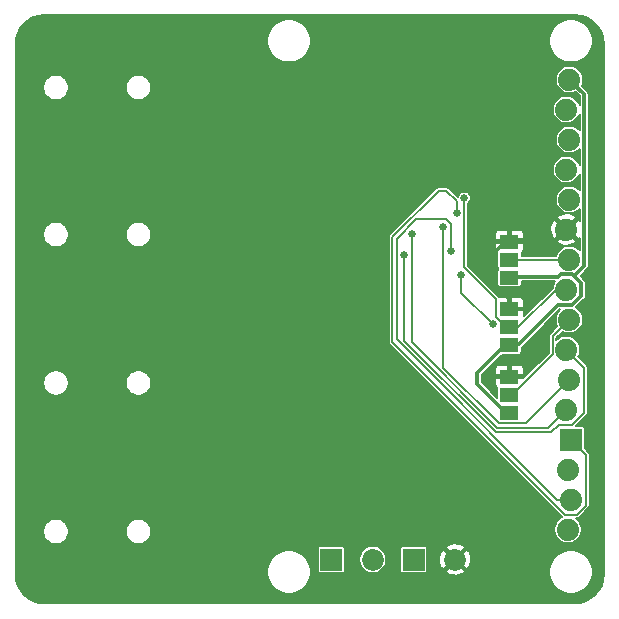
<source format=gbl>
G04 #@! TF.GenerationSoftware,KiCad,Pcbnew,(5.1.5)-3*
G04 #@! TF.CreationDate,2020-01-08T22:52:15+11:00*
G04 #@! TF.ProjectId,ATM90E36_Breakout,41544d39-3045-4333-965f-427265616b6f,rev?*
G04 #@! TF.SameCoordinates,Original*
G04 #@! TF.FileFunction,Copper,L2,Bot*
G04 #@! TF.FilePolarity,Positive*
%FSLAX46Y46*%
G04 Gerber Fmt 4.6, Leading zero omitted, Abs format (unit mm)*
G04 Created by KiCad (PCBNEW (5.1.5)-3) date 2020-01-08 22:52:15*
%MOMM*%
%LPD*%
G04 APERTURE LIST*
%ADD10C,1.850000*%
%ADD11R,1.850000X1.850000*%
%ADD12C,1.879600*%
%ADD13R,1.600200X1.168400*%
%ADD14R,1.879600X1.879600*%
%ADD15C,0.660400*%
%ADD16C,0.635000*%
%ADD17C,0.304800*%
%ADD18C,0.152400*%
G04 APERTURE END LIST*
D10*
X153826100Y-126193600D03*
D11*
X150326100Y-126193600D03*
D10*
X160811100Y-126193600D03*
D11*
X157311100Y-126193600D03*
D12*
X170237100Y-113493600D03*
X170491100Y-110953600D03*
X170237100Y-108413600D03*
X170491100Y-105873600D03*
X170237100Y-103333600D03*
X170491100Y-100793600D03*
X170237100Y-98253600D03*
X170491100Y-95713600D03*
X170237100Y-93173600D03*
X170491100Y-90633600D03*
X170237100Y-88093600D03*
X170491100Y-85553600D03*
D13*
X165411100Y-102317600D03*
X165411100Y-100793600D03*
X165411100Y-99269600D03*
X165411100Y-110699600D03*
X165411100Y-112223600D03*
X165411100Y-113747600D03*
X165411100Y-104984600D03*
X165411100Y-106508600D03*
X165411100Y-108032600D03*
D12*
X170364100Y-123653600D03*
X170618100Y-121113600D03*
X170364100Y-118573600D03*
D14*
X170618100Y-116033600D03*
D15*
X163353700Y-110725000D03*
D16*
X161347100Y-102063600D03*
X164014100Y-106254600D03*
X160458100Y-100031600D03*
X160966100Y-96856600D03*
X157156100Y-98634600D03*
X159823100Y-97999600D03*
X156521100Y-100412600D03*
X161601100Y-95586600D03*
D17*
X163353700Y-110725000D02*
X165411100Y-110725000D01*
X165411100Y-110725000D02*
X165411100Y-110699600D01*
X165411100Y-104171800D02*
X165411100Y-104984600D01*
X164268100Y-103028800D02*
X165411100Y-104171800D01*
X164268100Y-100057000D02*
X164268100Y-103028800D01*
X165030100Y-99295000D02*
X164268100Y-100057000D01*
X165411100Y-99295000D02*
X165030100Y-99295000D01*
X165411100Y-99295000D02*
X165411100Y-99269600D01*
X169373500Y-99142600D02*
X165487300Y-99142600D01*
X170211700Y-98304400D02*
X169373500Y-99142600D01*
X165487300Y-99142600D02*
X165411100Y-99269600D01*
X170211700Y-98304400D02*
X170237100Y-98253600D01*
X165030100Y-113696800D02*
X165411100Y-113696800D01*
X162667900Y-111334600D02*
X165030100Y-113696800D01*
X162667900Y-110420200D02*
X162667900Y-111334600D01*
X165030100Y-108058000D02*
X162667900Y-110420200D01*
X165411100Y-108058000D02*
X165030100Y-108058000D01*
X165411100Y-113696800D02*
X165411100Y-113747600D01*
X165411100Y-108058000D02*
X165411100Y-108032600D01*
X169525900Y-102266800D02*
X165411100Y-102266800D01*
X169754500Y-102038200D02*
X169525900Y-102266800D01*
X170745100Y-102038200D02*
X169754500Y-102038200D01*
X171507100Y-102800200D02*
X170897500Y-102190600D01*
X170897500Y-102190600D02*
X170745100Y-102038200D01*
X171507100Y-103867000D02*
X171507100Y-102800200D01*
X170745100Y-104629000D02*
X171507100Y-103867000D01*
X169525900Y-104629000D02*
X170745100Y-104629000D01*
X166249300Y-107905600D02*
X169525900Y-104629000D01*
X165487300Y-107905600D02*
X166249300Y-107905600D01*
X165411100Y-102266800D02*
X165411100Y-102317600D01*
X165487300Y-107905600D02*
X165411100Y-108032600D01*
X171735700Y-101352400D02*
X170897500Y-102190600D01*
X171735700Y-86798200D02*
X171735700Y-101352400D01*
X170491100Y-85553600D02*
X171735700Y-86798200D01*
D18*
X170491100Y-100793600D02*
X165411100Y-100793600D01*
X161347100Y-103587600D02*
X161347100Y-102063600D01*
X164014100Y-106254600D02*
X161347100Y-103587600D01*
X160458100Y-97745600D02*
X160458100Y-100031600D01*
X160077100Y-97364600D02*
X160458100Y-97745600D01*
X157537100Y-97364600D02*
X160077100Y-97364600D01*
X155886100Y-99015600D02*
X157537100Y-97364600D01*
X155886100Y-107524600D02*
X155886100Y-99015600D01*
X169475100Y-121113600D02*
X155886100Y-107524600D01*
X170618100Y-121113600D02*
X169475100Y-121113600D01*
X160966100Y-95840600D02*
X160966100Y-96856600D01*
X160077100Y-94951600D02*
X160966100Y-95840600D01*
X159442100Y-94951600D02*
X160077100Y-94951600D01*
X155505100Y-98888600D02*
X159442100Y-94951600D01*
X155505100Y-107778600D02*
X155505100Y-98888600D01*
X170110100Y-122383600D02*
X155505100Y-107778600D01*
X171126100Y-122383600D02*
X170110100Y-122383600D01*
X171888100Y-121621600D02*
X171126100Y-122383600D01*
X171888100Y-117303600D02*
X171888100Y-121621600D01*
X170618100Y-116033600D02*
X171888100Y-117303600D01*
X157156100Y-107778600D02*
X157156100Y-98634600D01*
X164395100Y-115017600D02*
X157156100Y-107778600D01*
X168713100Y-115017600D02*
X164395100Y-115017600D01*
X170237100Y-113493600D02*
X168713100Y-115017600D01*
X159823100Y-109937600D02*
X159823100Y-97999600D01*
X164522100Y-114636600D02*
X159823100Y-109937600D01*
X166808100Y-114636600D02*
X164522100Y-114636600D01*
X170491100Y-110953600D02*
X166808100Y-114636600D01*
X156521100Y-107651600D02*
X156521100Y-100412600D01*
X164268100Y-115398600D02*
X156521100Y-107651600D01*
X168967100Y-115398600D02*
X164268100Y-115398600D01*
X169602100Y-114763600D02*
X168967100Y-115398600D01*
X170745100Y-114763600D02*
X169602100Y-114763600D01*
X171761100Y-113747600D02*
X170745100Y-114763600D01*
X171761100Y-109937600D02*
X171761100Y-113747600D01*
X170237100Y-108413600D02*
X171761100Y-109937600D01*
X165715900Y-112172800D02*
X165411100Y-112172800D01*
X169068700Y-108820000D02*
X165715900Y-112172800D01*
X169068700Y-107296000D02*
X169068700Y-108820000D01*
X170491100Y-105873600D02*
X169068700Y-107296000D01*
X165411100Y-112172800D02*
X165411100Y-112223600D01*
X161601100Y-101428600D02*
X161601100Y-95586600D01*
X164268100Y-104095600D02*
X161601100Y-101428600D01*
X164268100Y-105619600D02*
X164268100Y-104095600D01*
X165157100Y-106508600D02*
X164268100Y-105619600D01*
X165411100Y-106508600D02*
X165157100Y-106508600D01*
X169348100Y-103333600D02*
X170237100Y-103333600D01*
X166173100Y-106508600D02*
X169348100Y-103333600D01*
X165411100Y-106508600D02*
X166173100Y-106508600D01*
G36*
X171434703Y-80151724D02*
G01*
X171890271Y-80289267D01*
X172310443Y-80512676D01*
X172679218Y-80813442D01*
X172982554Y-81180114D01*
X173208891Y-81598715D01*
X173349611Y-82053307D01*
X173399856Y-82531356D01*
X173399900Y-82543954D01*
X173399899Y-127458650D01*
X173352976Y-127937202D01*
X173215433Y-128392771D01*
X172992024Y-128812943D01*
X172691258Y-129181718D01*
X172324586Y-129485054D01*
X171905985Y-129711391D01*
X171451393Y-129852111D01*
X170973345Y-129902356D01*
X170961032Y-129902399D01*
X126046050Y-129902399D01*
X125567498Y-129855476D01*
X125111929Y-129717933D01*
X124691757Y-129494524D01*
X124322982Y-129193758D01*
X124019646Y-128827086D01*
X123793309Y-128408485D01*
X123652589Y-127953893D01*
X123602344Y-127475845D01*
X123602301Y-127463532D01*
X123602301Y-127073499D01*
X144922500Y-127073499D01*
X144922500Y-127433701D01*
X144992772Y-127786983D01*
X145130616Y-128119767D01*
X145330733Y-128419265D01*
X145585435Y-128673967D01*
X145884933Y-128874084D01*
X146217717Y-129011928D01*
X146570999Y-129082200D01*
X146931201Y-129082200D01*
X147284483Y-129011928D01*
X147617267Y-128874084D01*
X147916765Y-128673967D01*
X148171467Y-128419265D01*
X148371584Y-128119767D01*
X148509428Y-127786983D01*
X148579700Y-127433701D01*
X148579700Y-127073499D01*
X148509428Y-126720217D01*
X148371584Y-126387433D01*
X148171467Y-126087935D01*
X147916765Y-125833233D01*
X147617267Y-125633116D01*
X147284483Y-125495272D01*
X146931201Y-125425000D01*
X146570999Y-125425000D01*
X146217717Y-125495272D01*
X145884933Y-125633116D01*
X145585435Y-125833233D01*
X145330733Y-126087935D01*
X145130616Y-126387433D01*
X144992772Y-126720217D01*
X144922500Y-127073499D01*
X123602301Y-127073499D01*
X123602301Y-125268600D01*
X149171394Y-125268600D01*
X149171394Y-127118600D01*
X149175808Y-127163413D01*
X149188879Y-127206505D01*
X149210106Y-127246218D01*
X149238673Y-127281027D01*
X149273482Y-127309594D01*
X149313195Y-127330821D01*
X149356287Y-127343892D01*
X149401100Y-127348306D01*
X151251100Y-127348306D01*
X151295913Y-127343892D01*
X151339005Y-127330821D01*
X151378718Y-127309594D01*
X151413527Y-127281027D01*
X151442094Y-127246218D01*
X151463321Y-127206505D01*
X151476392Y-127163413D01*
X151480806Y-127118600D01*
X151480806Y-126079980D01*
X152672500Y-126079980D01*
X152672500Y-126307220D01*
X152716832Y-126530093D01*
X152803793Y-126740035D01*
X152930040Y-126928977D01*
X153090723Y-127089660D01*
X153279665Y-127215907D01*
X153489607Y-127302868D01*
X153712480Y-127347200D01*
X153939720Y-127347200D01*
X154162593Y-127302868D01*
X154372535Y-127215907D01*
X154561477Y-127089660D01*
X154722160Y-126928977D01*
X154848407Y-126740035D01*
X154935368Y-126530093D01*
X154979700Y-126307220D01*
X154979700Y-126079980D01*
X154935368Y-125857107D01*
X154848407Y-125647165D01*
X154722160Y-125458223D01*
X154561477Y-125297540D01*
X154518166Y-125268600D01*
X156156394Y-125268600D01*
X156156394Y-127118600D01*
X156160808Y-127163413D01*
X156173879Y-127206505D01*
X156195106Y-127246218D01*
X156223673Y-127281027D01*
X156258482Y-127309594D01*
X156298195Y-127330821D01*
X156341287Y-127343892D01*
X156386100Y-127348306D01*
X158236100Y-127348306D01*
X158280913Y-127343892D01*
X158324005Y-127330821D01*
X158363718Y-127309594D01*
X158398527Y-127281027D01*
X158427094Y-127246218D01*
X158448321Y-127206505D01*
X158461392Y-127163413D01*
X158462757Y-127149554D01*
X159998264Y-127149554D01*
X160094291Y-127352375D01*
X160334130Y-127469952D01*
X160592299Y-127538479D01*
X160858876Y-127555323D01*
X161123616Y-127519837D01*
X161376348Y-127433385D01*
X161527909Y-127352375D01*
X161623936Y-127149554D01*
X161547881Y-127073499D01*
X168797500Y-127073499D01*
X168797500Y-127433701D01*
X168867772Y-127786983D01*
X169005616Y-128119767D01*
X169205733Y-128419265D01*
X169460435Y-128673967D01*
X169759933Y-128874084D01*
X170092717Y-129011928D01*
X170445999Y-129082200D01*
X170806201Y-129082200D01*
X171159483Y-129011928D01*
X171492267Y-128874084D01*
X171791765Y-128673967D01*
X172046467Y-128419265D01*
X172246584Y-128119767D01*
X172384428Y-127786983D01*
X172454700Y-127433701D01*
X172454700Y-127073499D01*
X172384428Y-126720217D01*
X172246584Y-126387433D01*
X172046467Y-126087935D01*
X171791765Y-125833233D01*
X171492267Y-125633116D01*
X171159483Y-125495272D01*
X170806201Y-125425000D01*
X170445999Y-125425000D01*
X170092717Y-125495272D01*
X169759933Y-125633116D01*
X169460435Y-125833233D01*
X169205733Y-126087935D01*
X169005616Y-126387433D01*
X168867772Y-126720217D01*
X168797500Y-127073499D01*
X161547881Y-127073499D01*
X160811100Y-126336718D01*
X159998264Y-127149554D01*
X158462757Y-127149554D01*
X158465806Y-127118600D01*
X158465806Y-126241376D01*
X159449377Y-126241376D01*
X159484863Y-126506116D01*
X159571315Y-126758848D01*
X159652325Y-126910409D01*
X159855146Y-127006436D01*
X160667982Y-126193600D01*
X160954218Y-126193600D01*
X161767054Y-127006436D01*
X161969875Y-126910409D01*
X162087452Y-126670570D01*
X162155979Y-126412401D01*
X162172823Y-126145824D01*
X162137337Y-125881084D01*
X162050885Y-125628352D01*
X161969875Y-125476791D01*
X161767054Y-125380764D01*
X160954218Y-126193600D01*
X160667982Y-126193600D01*
X159855146Y-125380764D01*
X159652325Y-125476791D01*
X159534748Y-125716630D01*
X159466221Y-125974799D01*
X159449377Y-126241376D01*
X158465806Y-126241376D01*
X158465806Y-125268600D01*
X158462758Y-125237646D01*
X159998264Y-125237646D01*
X160811100Y-126050482D01*
X161623936Y-125237646D01*
X161527909Y-125034825D01*
X161288070Y-124917248D01*
X161029901Y-124848721D01*
X160763324Y-124831877D01*
X160498584Y-124867363D01*
X160245852Y-124953815D01*
X160094291Y-125034825D01*
X159998264Y-125237646D01*
X158462758Y-125237646D01*
X158461392Y-125223787D01*
X158448321Y-125180695D01*
X158427094Y-125140982D01*
X158398527Y-125106173D01*
X158363718Y-125077606D01*
X158324005Y-125056379D01*
X158280913Y-125043308D01*
X158236100Y-125038894D01*
X156386100Y-125038894D01*
X156341287Y-125043308D01*
X156298195Y-125056379D01*
X156258482Y-125077606D01*
X156223673Y-125106173D01*
X156195106Y-125140982D01*
X156173879Y-125180695D01*
X156160808Y-125223787D01*
X156156394Y-125268600D01*
X154518166Y-125268600D01*
X154372535Y-125171293D01*
X154162593Y-125084332D01*
X153939720Y-125040000D01*
X153712480Y-125040000D01*
X153489607Y-125084332D01*
X153279665Y-125171293D01*
X153090723Y-125297540D01*
X152930040Y-125458223D01*
X152803793Y-125647165D01*
X152716832Y-125857107D01*
X152672500Y-126079980D01*
X151480806Y-126079980D01*
X151480806Y-125268600D01*
X151476392Y-125223787D01*
X151463321Y-125180695D01*
X151442094Y-125140982D01*
X151413527Y-125106173D01*
X151378718Y-125077606D01*
X151339005Y-125056379D01*
X151295913Y-125043308D01*
X151251100Y-125038894D01*
X149401100Y-125038894D01*
X149356287Y-125043308D01*
X149313195Y-125056379D01*
X149273482Y-125077606D01*
X149238673Y-125106173D01*
X149210106Y-125140982D01*
X149188879Y-125180695D01*
X149175808Y-125223787D01*
X149171394Y-125268600D01*
X123602301Y-125268600D01*
X123602301Y-123718767D01*
X125921400Y-123718767D01*
X125921400Y-123931233D01*
X125962850Y-124139616D01*
X126044157Y-124335909D01*
X126162197Y-124512567D01*
X126312433Y-124662803D01*
X126489091Y-124780843D01*
X126685384Y-124862150D01*
X126893767Y-124903600D01*
X127106233Y-124903600D01*
X127314616Y-124862150D01*
X127510909Y-124780843D01*
X127687567Y-124662803D01*
X127837803Y-124512567D01*
X127955843Y-124335909D01*
X128037150Y-124139616D01*
X128078600Y-123931233D01*
X128078600Y-123718767D01*
X132921400Y-123718767D01*
X132921400Y-123931233D01*
X132962850Y-124139616D01*
X133044157Y-124335909D01*
X133162197Y-124512567D01*
X133312433Y-124662803D01*
X133489091Y-124780843D01*
X133685384Y-124862150D01*
X133893767Y-124903600D01*
X134106233Y-124903600D01*
X134314616Y-124862150D01*
X134510909Y-124780843D01*
X134687567Y-124662803D01*
X134837803Y-124512567D01*
X134955843Y-124335909D01*
X135037150Y-124139616D01*
X135078600Y-123931233D01*
X135078600Y-123718767D01*
X135037150Y-123510384D01*
X134955843Y-123314091D01*
X134837803Y-123137433D01*
X134687567Y-122987197D01*
X134510909Y-122869157D01*
X134314616Y-122787850D01*
X134106233Y-122746400D01*
X133893767Y-122746400D01*
X133685384Y-122787850D01*
X133489091Y-122869157D01*
X133312433Y-122987197D01*
X133162197Y-123137433D01*
X133044157Y-123314091D01*
X132962850Y-123510384D01*
X132921400Y-123718767D01*
X128078600Y-123718767D01*
X128037150Y-123510384D01*
X127955843Y-123314091D01*
X127837803Y-123137433D01*
X127687567Y-122987197D01*
X127510909Y-122869157D01*
X127314616Y-122787850D01*
X127106233Y-122746400D01*
X126893767Y-122746400D01*
X126685384Y-122787850D01*
X126489091Y-122869157D01*
X126312433Y-122987197D01*
X126162197Y-123137433D01*
X126044157Y-123314091D01*
X125962850Y-123510384D01*
X125921400Y-123718767D01*
X123602301Y-123718767D01*
X123602301Y-111145767D01*
X125921400Y-111145767D01*
X125921400Y-111358233D01*
X125962850Y-111566616D01*
X126044157Y-111762909D01*
X126162197Y-111939567D01*
X126312433Y-112089803D01*
X126489091Y-112207843D01*
X126685384Y-112289150D01*
X126893767Y-112330600D01*
X127106233Y-112330600D01*
X127314616Y-112289150D01*
X127510909Y-112207843D01*
X127687567Y-112089803D01*
X127837803Y-111939567D01*
X127955843Y-111762909D01*
X128037150Y-111566616D01*
X128078600Y-111358233D01*
X128078600Y-111145767D01*
X132921400Y-111145767D01*
X132921400Y-111358233D01*
X132962850Y-111566616D01*
X133044157Y-111762909D01*
X133162197Y-111939567D01*
X133312433Y-112089803D01*
X133489091Y-112207843D01*
X133685384Y-112289150D01*
X133893767Y-112330600D01*
X134106233Y-112330600D01*
X134314616Y-112289150D01*
X134510909Y-112207843D01*
X134687567Y-112089803D01*
X134837803Y-111939567D01*
X134955843Y-111762909D01*
X135037150Y-111566616D01*
X135078600Y-111358233D01*
X135078600Y-111145767D01*
X135037150Y-110937384D01*
X134955843Y-110741091D01*
X134837803Y-110564433D01*
X134687567Y-110414197D01*
X134510909Y-110296157D01*
X134314616Y-110214850D01*
X134106233Y-110173400D01*
X133893767Y-110173400D01*
X133685384Y-110214850D01*
X133489091Y-110296157D01*
X133312433Y-110414197D01*
X133162197Y-110564433D01*
X133044157Y-110741091D01*
X132962850Y-110937384D01*
X132921400Y-111145767D01*
X128078600Y-111145767D01*
X128037150Y-110937384D01*
X127955843Y-110741091D01*
X127837803Y-110564433D01*
X127687567Y-110414197D01*
X127510909Y-110296157D01*
X127314616Y-110214850D01*
X127106233Y-110173400D01*
X126893767Y-110173400D01*
X126685384Y-110214850D01*
X126489091Y-110296157D01*
X126312433Y-110414197D01*
X126162197Y-110564433D01*
X126044157Y-110741091D01*
X125962850Y-110937384D01*
X125921400Y-111145767D01*
X123602301Y-111145767D01*
X123602301Y-98572767D01*
X125921400Y-98572767D01*
X125921400Y-98785233D01*
X125962850Y-98993616D01*
X126044157Y-99189909D01*
X126162197Y-99366567D01*
X126312433Y-99516803D01*
X126489091Y-99634843D01*
X126685384Y-99716150D01*
X126893767Y-99757600D01*
X127106233Y-99757600D01*
X127314616Y-99716150D01*
X127510909Y-99634843D01*
X127687567Y-99516803D01*
X127837803Y-99366567D01*
X127955843Y-99189909D01*
X128037150Y-98993616D01*
X128078600Y-98785233D01*
X128078600Y-98572767D01*
X132921400Y-98572767D01*
X132921400Y-98785233D01*
X132962850Y-98993616D01*
X133044157Y-99189909D01*
X133162197Y-99366567D01*
X133312433Y-99516803D01*
X133489091Y-99634843D01*
X133685384Y-99716150D01*
X133893767Y-99757600D01*
X134106233Y-99757600D01*
X134314616Y-99716150D01*
X134510909Y-99634843D01*
X134687567Y-99516803D01*
X134837803Y-99366567D01*
X134955843Y-99189909D01*
X135037150Y-98993616D01*
X135058039Y-98888600D01*
X155198827Y-98888600D01*
X155200301Y-98903568D01*
X155200300Y-107763642D01*
X155198827Y-107778600D01*
X155200300Y-107793558D01*
X155200300Y-107793565D01*
X155203077Y-107821756D01*
X155204711Y-107838351D01*
X155213756Y-107868168D01*
X155222140Y-107895805D01*
X155250442Y-107948756D01*
X155288532Y-107995168D01*
X155300161Y-108004712D01*
X169883466Y-122588018D01*
X169810655Y-122618178D01*
X169619289Y-122746045D01*
X169456545Y-122908789D01*
X169328678Y-123100155D01*
X169240601Y-123312790D01*
X169195700Y-123538523D01*
X169195700Y-123768677D01*
X169240601Y-123994410D01*
X169328678Y-124207045D01*
X169456545Y-124398411D01*
X169619289Y-124561155D01*
X169810655Y-124689022D01*
X170023290Y-124777099D01*
X170249023Y-124822000D01*
X170479177Y-124822000D01*
X170704910Y-124777099D01*
X170917545Y-124689022D01*
X171108911Y-124561155D01*
X171271655Y-124398411D01*
X171399522Y-124207045D01*
X171487599Y-123994410D01*
X171532500Y-123768677D01*
X171532500Y-123538523D01*
X171487599Y-123312790D01*
X171399522Y-123100155D01*
X171271655Y-122908789D01*
X171108911Y-122746045D01*
X171022639Y-122688400D01*
X171111142Y-122688400D01*
X171126100Y-122689873D01*
X171141058Y-122688400D01*
X171141066Y-122688400D01*
X171185851Y-122683989D01*
X171243306Y-122666560D01*
X171296257Y-122638258D01*
X171342668Y-122600168D01*
X171352212Y-122588539D01*
X172093044Y-121847708D01*
X172104668Y-121838168D01*
X172142758Y-121791757D01*
X172171060Y-121738806D01*
X172188489Y-121681351D01*
X172192900Y-121636566D01*
X172192900Y-121636558D01*
X172194373Y-121621600D01*
X172192900Y-121606642D01*
X172192900Y-117318557D01*
X172194373Y-117303599D01*
X172192900Y-117288641D01*
X172192900Y-117288634D01*
X172188489Y-117243849D01*
X172171060Y-117186394D01*
X172142758Y-117133443D01*
X172104668Y-117087032D01*
X172093045Y-117077493D01*
X171787606Y-116772054D01*
X171787606Y-115093800D01*
X171783192Y-115048987D01*
X171770121Y-115005895D01*
X171748894Y-114966182D01*
X171720327Y-114931373D01*
X171685518Y-114902806D01*
X171645805Y-114881579D01*
X171602713Y-114868508D01*
X171557900Y-114864094D01*
X171075657Y-114864094D01*
X171966044Y-113973708D01*
X171977668Y-113964168D01*
X172015758Y-113917757D01*
X172044060Y-113864806D01*
X172047107Y-113854761D01*
X172061489Y-113807352D01*
X172063193Y-113790048D01*
X172065900Y-113762566D01*
X172065900Y-113762558D01*
X172067373Y-113747600D01*
X172065900Y-113732642D01*
X172065900Y-109952557D01*
X172067373Y-109937599D01*
X172065900Y-109922641D01*
X172065900Y-109922634D01*
X172061489Y-109877849D01*
X172060562Y-109874791D01*
X172056202Y-109860419D01*
X172044060Y-109820394D01*
X172015758Y-109767443D01*
X171977668Y-109721032D01*
X171966044Y-109711492D01*
X171252124Y-108997573D01*
X171272522Y-108967045D01*
X171360599Y-108754410D01*
X171405500Y-108528677D01*
X171405500Y-108298523D01*
X171360599Y-108072790D01*
X171272522Y-107860155D01*
X171144655Y-107668789D01*
X170981911Y-107506045D01*
X170790545Y-107378178D01*
X170577910Y-107290101D01*
X170352177Y-107245200D01*
X170122023Y-107245200D01*
X169896290Y-107290101D01*
X169683655Y-107378178D01*
X169492289Y-107506045D01*
X169373500Y-107624834D01*
X169373500Y-107422251D01*
X169907127Y-106888624D01*
X169937655Y-106909022D01*
X170150290Y-106997099D01*
X170376023Y-107042000D01*
X170606177Y-107042000D01*
X170831910Y-106997099D01*
X171044545Y-106909022D01*
X171235911Y-106781155D01*
X171398655Y-106618411D01*
X171526522Y-106427045D01*
X171614599Y-106214410D01*
X171659500Y-105988677D01*
X171659500Y-105758523D01*
X171614599Y-105532790D01*
X171526522Y-105320155D01*
X171398655Y-105128789D01*
X171235911Y-104966045D01*
X171062643Y-104850271D01*
X171763275Y-104149640D01*
X171777811Y-104137711D01*
X171812370Y-104095600D01*
X171825422Y-104079697D01*
X171860801Y-104013508D01*
X171864813Y-104000282D01*
X171882587Y-103941689D01*
X171888100Y-103885713D01*
X171888100Y-103885710D01*
X171889943Y-103867000D01*
X171888100Y-103848290D01*
X171888100Y-102818910D01*
X171889943Y-102800200D01*
X171887969Y-102780155D01*
X171882587Y-102725511D01*
X171860801Y-102653692D01*
X171843060Y-102620501D01*
X171825422Y-102587503D01*
X171789740Y-102544024D01*
X171789737Y-102544021D01*
X171777811Y-102529489D01*
X171763279Y-102517563D01*
X171436315Y-102190600D01*
X171991874Y-101635041D01*
X172006411Y-101623111D01*
X172042076Y-101579653D01*
X172054022Y-101565097D01*
X172089401Y-101498908D01*
X172099473Y-101465705D01*
X172111187Y-101427089D01*
X172116700Y-101371113D01*
X172116700Y-101371110D01*
X172118543Y-101352400D01*
X172116700Y-101333690D01*
X172116700Y-86816909D01*
X172118543Y-86798199D01*
X172116700Y-86779487D01*
X172111187Y-86723511D01*
X172089401Y-86651692D01*
X172054022Y-86585503D01*
X172029950Y-86556172D01*
X172006411Y-86527489D01*
X171991875Y-86515560D01*
X171543169Y-86066855D01*
X171614599Y-85894410D01*
X171659500Y-85668677D01*
X171659500Y-85438523D01*
X171614599Y-85212790D01*
X171526522Y-85000155D01*
X171398655Y-84808789D01*
X171235911Y-84646045D01*
X171044545Y-84518178D01*
X170831910Y-84430101D01*
X170606177Y-84385200D01*
X170376023Y-84385200D01*
X170150290Y-84430101D01*
X169937655Y-84518178D01*
X169746289Y-84646045D01*
X169583545Y-84808789D01*
X169455678Y-85000155D01*
X169367601Y-85212790D01*
X169322700Y-85438523D01*
X169322700Y-85668677D01*
X169367601Y-85894410D01*
X169455678Y-86107045D01*
X169583545Y-86298411D01*
X169746289Y-86461155D01*
X169937655Y-86589022D01*
X170150290Y-86677099D01*
X170376023Y-86722000D01*
X170606177Y-86722000D01*
X170831910Y-86677099D01*
X171004355Y-86605669D01*
X171354700Y-86956015D01*
X171354700Y-87738549D01*
X171272522Y-87540155D01*
X171144655Y-87348789D01*
X170981911Y-87186045D01*
X170790545Y-87058178D01*
X170577910Y-86970101D01*
X170352177Y-86925200D01*
X170122023Y-86925200D01*
X169896290Y-86970101D01*
X169683655Y-87058178D01*
X169492289Y-87186045D01*
X169329545Y-87348789D01*
X169201678Y-87540155D01*
X169113601Y-87752790D01*
X169068700Y-87978523D01*
X169068700Y-88208677D01*
X169113601Y-88434410D01*
X169201678Y-88647045D01*
X169329545Y-88838411D01*
X169492289Y-89001155D01*
X169683655Y-89129022D01*
X169896290Y-89217099D01*
X170122023Y-89262000D01*
X170352177Y-89262000D01*
X170577910Y-89217099D01*
X170790545Y-89129022D01*
X170981911Y-89001155D01*
X171144655Y-88838411D01*
X171272522Y-88647045D01*
X171354700Y-88448651D01*
X171354700Y-89844834D01*
X171235911Y-89726045D01*
X171044545Y-89598178D01*
X170831910Y-89510101D01*
X170606177Y-89465200D01*
X170376023Y-89465200D01*
X170150290Y-89510101D01*
X169937655Y-89598178D01*
X169746289Y-89726045D01*
X169583545Y-89888789D01*
X169455678Y-90080155D01*
X169367601Y-90292790D01*
X169322700Y-90518523D01*
X169322700Y-90748677D01*
X169367601Y-90974410D01*
X169455678Y-91187045D01*
X169583545Y-91378411D01*
X169746289Y-91541155D01*
X169937655Y-91669022D01*
X170150290Y-91757099D01*
X170376023Y-91802000D01*
X170606177Y-91802000D01*
X170831910Y-91757099D01*
X171044545Y-91669022D01*
X171235911Y-91541155D01*
X171354700Y-91422366D01*
X171354700Y-92818550D01*
X171272522Y-92620155D01*
X171144655Y-92428789D01*
X170981911Y-92266045D01*
X170790545Y-92138178D01*
X170577910Y-92050101D01*
X170352177Y-92005200D01*
X170122023Y-92005200D01*
X169896290Y-92050101D01*
X169683655Y-92138178D01*
X169492289Y-92266045D01*
X169329545Y-92428789D01*
X169201678Y-92620155D01*
X169113601Y-92832790D01*
X169068700Y-93058523D01*
X169068700Y-93288677D01*
X169113601Y-93514410D01*
X169201678Y-93727045D01*
X169329545Y-93918411D01*
X169492289Y-94081155D01*
X169683655Y-94209022D01*
X169896290Y-94297099D01*
X170122023Y-94342000D01*
X170352177Y-94342000D01*
X170577910Y-94297099D01*
X170790545Y-94209022D01*
X170981911Y-94081155D01*
X171144655Y-93918411D01*
X171272522Y-93727045D01*
X171354700Y-93528650D01*
X171354701Y-94924835D01*
X171235911Y-94806045D01*
X171044545Y-94678178D01*
X170831910Y-94590101D01*
X170606177Y-94545200D01*
X170376023Y-94545200D01*
X170150290Y-94590101D01*
X169937655Y-94678178D01*
X169746289Y-94806045D01*
X169583545Y-94968789D01*
X169455678Y-95160155D01*
X169367601Y-95372790D01*
X169322700Y-95598523D01*
X169322700Y-95828677D01*
X169367601Y-96054410D01*
X169455678Y-96267045D01*
X169583545Y-96458411D01*
X169746289Y-96621155D01*
X169937655Y-96749022D01*
X170150290Y-96837099D01*
X170376023Y-96882000D01*
X170606177Y-96882000D01*
X170831910Y-96837099D01*
X171044545Y-96749022D01*
X171235911Y-96621155D01*
X171354701Y-96502365D01*
X171354701Y-97502542D01*
X171203605Y-97430214D01*
X170380218Y-98253600D01*
X171203605Y-99076986D01*
X171354701Y-99004658D01*
X171354701Y-100004835D01*
X171235911Y-99886045D01*
X171044545Y-99758178D01*
X170831910Y-99670101D01*
X170606177Y-99625200D01*
X170376023Y-99625200D01*
X170150290Y-99670101D01*
X169937655Y-99758178D01*
X169746289Y-99886045D01*
X169583545Y-100048789D01*
X169455678Y-100240155D01*
X169367601Y-100452790D01*
X169360438Y-100488800D01*
X166440906Y-100488800D01*
X166440906Y-100219725D01*
X166451809Y-100213897D01*
X166517437Y-100160037D01*
X166571297Y-100094409D01*
X166611318Y-100019534D01*
X166635963Y-99938291D01*
X166644285Y-99853800D01*
X166642200Y-99478550D01*
X166534450Y-99370800D01*
X165512300Y-99370800D01*
X165512300Y-99390800D01*
X165309900Y-99390800D01*
X165309900Y-99370800D01*
X164287750Y-99370800D01*
X164180000Y-99478550D01*
X164177915Y-99853800D01*
X164186237Y-99938291D01*
X164210882Y-100019534D01*
X164250903Y-100094409D01*
X164304763Y-100160037D01*
X164370391Y-100213897D01*
X164381294Y-100219725D01*
X164381294Y-101377800D01*
X164385708Y-101422613D01*
X164398779Y-101465705D01*
X164420006Y-101505418D01*
X164448573Y-101540227D01*
X164467305Y-101555600D01*
X164448573Y-101570973D01*
X164420006Y-101605782D01*
X164398779Y-101645495D01*
X164385708Y-101688587D01*
X164381294Y-101733400D01*
X164381294Y-102901800D01*
X164385708Y-102946613D01*
X164398779Y-102989705D01*
X164420006Y-103029418D01*
X164448573Y-103064227D01*
X164483382Y-103092794D01*
X164523095Y-103114021D01*
X164566187Y-103127092D01*
X164611000Y-103131506D01*
X166211200Y-103131506D01*
X166256013Y-103127092D01*
X166299105Y-103114021D01*
X166338818Y-103092794D01*
X166373627Y-103064227D01*
X166402194Y-103029418D01*
X166423421Y-102989705D01*
X166436492Y-102946613D01*
X166440906Y-102901800D01*
X166440906Y-102647800D01*
X169290115Y-102647800D01*
X169201678Y-102780155D01*
X169113601Y-102992790D01*
X169077782Y-103172866D01*
X166640181Y-105610468D01*
X166644285Y-105568800D01*
X166642200Y-105193550D01*
X166534450Y-105085800D01*
X165512300Y-105085800D01*
X165512300Y-105105800D01*
X165309900Y-105105800D01*
X165309900Y-105085800D01*
X165289900Y-105085800D01*
X165289900Y-104883400D01*
X165309900Y-104883400D01*
X165309900Y-104077150D01*
X165512300Y-104077150D01*
X165512300Y-104883400D01*
X166534450Y-104883400D01*
X166642200Y-104775650D01*
X166644285Y-104400400D01*
X166635963Y-104315909D01*
X166611318Y-104234666D01*
X166571297Y-104159791D01*
X166517437Y-104094163D01*
X166451809Y-104040303D01*
X166376934Y-104000282D01*
X166295691Y-103975637D01*
X166211200Y-103967315D01*
X165620050Y-103969400D01*
X165512300Y-104077150D01*
X165309900Y-104077150D01*
X165202150Y-103969400D01*
X164611000Y-103967315D01*
X164548432Y-103973478D01*
X164522758Y-103925443D01*
X164508898Y-103908555D01*
X164494209Y-103890656D01*
X164494203Y-103890650D01*
X164484668Y-103879032D01*
X164473050Y-103869497D01*
X161905900Y-101302349D01*
X161905900Y-99220105D01*
X169413714Y-99220105D01*
X169511526Y-99424439D01*
X169753887Y-99543494D01*
X170014817Y-99612980D01*
X170284290Y-99630224D01*
X170551950Y-99594566D01*
X170807510Y-99507376D01*
X170962674Y-99424439D01*
X171060486Y-99220105D01*
X170237100Y-98396718D01*
X169413714Y-99220105D01*
X161905900Y-99220105D01*
X161905900Y-98685400D01*
X164177915Y-98685400D01*
X164180000Y-99060650D01*
X164287750Y-99168400D01*
X165309900Y-99168400D01*
X165309900Y-98362150D01*
X165512300Y-98362150D01*
X165512300Y-99168400D01*
X166534450Y-99168400D01*
X166642200Y-99060650D01*
X166644285Y-98685400D01*
X166635963Y-98600909D01*
X166611318Y-98519666D01*
X166571297Y-98444791D01*
X166517437Y-98379163D01*
X166451809Y-98325303D01*
X166405948Y-98300790D01*
X168860476Y-98300790D01*
X168896134Y-98568450D01*
X168983324Y-98824010D01*
X169066261Y-98979174D01*
X169270595Y-99076986D01*
X170093982Y-98253600D01*
X169270595Y-97430214D01*
X169066261Y-97528026D01*
X168947206Y-97770387D01*
X168877720Y-98031317D01*
X168860476Y-98300790D01*
X166405948Y-98300790D01*
X166376934Y-98285282D01*
X166295691Y-98260637D01*
X166211200Y-98252315D01*
X165620050Y-98254400D01*
X165512300Y-98362150D01*
X165309900Y-98362150D01*
X165202150Y-98254400D01*
X164611000Y-98252315D01*
X164526509Y-98260637D01*
X164445266Y-98285282D01*
X164370391Y-98325303D01*
X164304763Y-98379163D01*
X164250903Y-98444791D01*
X164210882Y-98519666D01*
X164186237Y-98600909D01*
X164177915Y-98685400D01*
X161905900Y-98685400D01*
X161905900Y-97287095D01*
X169413714Y-97287095D01*
X170237100Y-98110482D01*
X171060486Y-97287095D01*
X170962674Y-97082761D01*
X170720313Y-96963706D01*
X170459383Y-96894220D01*
X170189910Y-96876976D01*
X169922250Y-96912634D01*
X169666690Y-96999824D01*
X169511526Y-97082761D01*
X169413714Y-97287095D01*
X161905900Y-97287095D01*
X161905900Y-96039727D01*
X161949218Y-96010783D01*
X162025283Y-95934718D01*
X162085047Y-95845275D01*
X162126213Y-95745891D01*
X162147200Y-95640386D01*
X162147200Y-95532814D01*
X162126213Y-95427309D01*
X162085047Y-95327925D01*
X162025283Y-95238482D01*
X161949218Y-95162417D01*
X161859775Y-95102653D01*
X161760391Y-95061487D01*
X161654886Y-95040500D01*
X161547314Y-95040500D01*
X161441809Y-95061487D01*
X161342425Y-95102653D01*
X161252982Y-95162417D01*
X161176917Y-95238482D01*
X161117153Y-95327925D01*
X161075987Y-95427309D01*
X161060702Y-95504150D01*
X160303212Y-94746661D01*
X160293668Y-94735032D01*
X160247257Y-94696942D01*
X160194306Y-94668640D01*
X160136851Y-94651211D01*
X160092066Y-94646800D01*
X160092058Y-94646800D01*
X160077100Y-94645327D01*
X160062142Y-94646800D01*
X159457058Y-94646800D01*
X159442100Y-94645327D01*
X159427142Y-94646800D01*
X159427134Y-94646800D01*
X159387503Y-94650703D01*
X159382348Y-94651211D01*
X159324894Y-94668640D01*
X159271943Y-94696942D01*
X159225532Y-94735032D01*
X159215992Y-94746656D01*
X155300157Y-98662492D01*
X155288533Y-98672032D01*
X155250443Y-98718443D01*
X155235315Y-98746746D01*
X155222140Y-98771395D01*
X155204711Y-98828849D01*
X155198827Y-98888600D01*
X135058039Y-98888600D01*
X135078600Y-98785233D01*
X135078600Y-98572767D01*
X135037150Y-98364384D01*
X134955843Y-98168091D01*
X134837803Y-97991433D01*
X134687567Y-97841197D01*
X134510909Y-97723157D01*
X134314616Y-97641850D01*
X134106233Y-97600400D01*
X133893767Y-97600400D01*
X133685384Y-97641850D01*
X133489091Y-97723157D01*
X133312433Y-97841197D01*
X133162197Y-97991433D01*
X133044157Y-98168091D01*
X132962850Y-98364384D01*
X132921400Y-98572767D01*
X128078600Y-98572767D01*
X128037150Y-98364384D01*
X127955843Y-98168091D01*
X127837803Y-97991433D01*
X127687567Y-97841197D01*
X127510909Y-97723157D01*
X127314616Y-97641850D01*
X127106233Y-97600400D01*
X126893767Y-97600400D01*
X126685384Y-97641850D01*
X126489091Y-97723157D01*
X126312433Y-97841197D01*
X126162197Y-97991433D01*
X126044157Y-98168091D01*
X125962850Y-98364384D01*
X125921400Y-98572767D01*
X123602301Y-98572767D01*
X123602301Y-86126767D01*
X125921400Y-86126767D01*
X125921400Y-86339233D01*
X125962850Y-86547616D01*
X126044157Y-86743909D01*
X126162197Y-86920567D01*
X126312433Y-87070803D01*
X126489091Y-87188843D01*
X126685384Y-87270150D01*
X126893767Y-87311600D01*
X127106233Y-87311600D01*
X127314616Y-87270150D01*
X127510909Y-87188843D01*
X127687567Y-87070803D01*
X127837803Y-86920567D01*
X127955843Y-86743909D01*
X128037150Y-86547616D01*
X128078600Y-86339233D01*
X128078600Y-86126767D01*
X132921400Y-86126767D01*
X132921400Y-86339233D01*
X132962850Y-86547616D01*
X133044157Y-86743909D01*
X133162197Y-86920567D01*
X133312433Y-87070803D01*
X133489091Y-87188843D01*
X133685384Y-87270150D01*
X133893767Y-87311600D01*
X134106233Y-87311600D01*
X134314616Y-87270150D01*
X134510909Y-87188843D01*
X134687567Y-87070803D01*
X134837803Y-86920567D01*
X134955843Y-86743909D01*
X135037150Y-86547616D01*
X135078600Y-86339233D01*
X135078600Y-86126767D01*
X135037150Y-85918384D01*
X134955843Y-85722091D01*
X134837803Y-85545433D01*
X134687567Y-85395197D01*
X134510909Y-85277157D01*
X134314616Y-85195850D01*
X134106233Y-85154400D01*
X133893767Y-85154400D01*
X133685384Y-85195850D01*
X133489091Y-85277157D01*
X133312433Y-85395197D01*
X133162197Y-85545433D01*
X133044157Y-85722091D01*
X132962850Y-85918384D01*
X132921400Y-86126767D01*
X128078600Y-86126767D01*
X128037150Y-85918384D01*
X127955843Y-85722091D01*
X127837803Y-85545433D01*
X127687567Y-85395197D01*
X127510909Y-85277157D01*
X127314616Y-85195850D01*
X127106233Y-85154400D01*
X126893767Y-85154400D01*
X126685384Y-85195850D01*
X126489091Y-85277157D01*
X126312433Y-85395197D01*
X126162197Y-85545433D01*
X126044157Y-85722091D01*
X125962850Y-85918384D01*
X125921400Y-86126767D01*
X123602301Y-86126767D01*
X123602301Y-82548550D01*
X123646429Y-82098499D01*
X144922500Y-82098499D01*
X144922500Y-82458701D01*
X144992772Y-82811983D01*
X145130616Y-83144767D01*
X145330733Y-83444265D01*
X145585435Y-83698967D01*
X145884933Y-83899084D01*
X146217717Y-84036928D01*
X146570999Y-84107200D01*
X146931201Y-84107200D01*
X147284483Y-84036928D01*
X147617267Y-83899084D01*
X147916765Y-83698967D01*
X148171467Y-83444265D01*
X148371584Y-83144767D01*
X148509428Y-82811983D01*
X148579700Y-82458701D01*
X148579700Y-82098499D01*
X168797500Y-82098499D01*
X168797500Y-82458701D01*
X168867772Y-82811983D01*
X169005616Y-83144767D01*
X169205733Y-83444265D01*
X169460435Y-83698967D01*
X169759933Y-83899084D01*
X170092717Y-84036928D01*
X170445999Y-84107200D01*
X170806201Y-84107200D01*
X171159483Y-84036928D01*
X171492267Y-83899084D01*
X171791765Y-83698967D01*
X172046467Y-83444265D01*
X172246584Y-83144767D01*
X172384428Y-82811983D01*
X172454700Y-82458701D01*
X172454700Y-82098499D01*
X172384428Y-81745217D01*
X172246584Y-81412433D01*
X172046467Y-81112935D01*
X171791765Y-80858233D01*
X171492267Y-80658116D01*
X171159483Y-80520272D01*
X170806201Y-80450000D01*
X170445999Y-80450000D01*
X170092717Y-80520272D01*
X169759933Y-80658116D01*
X169460435Y-80858233D01*
X169205733Y-81112935D01*
X169005616Y-81412433D01*
X168867772Y-81745217D01*
X168797500Y-82098499D01*
X148579700Y-82098499D01*
X148509428Y-81745217D01*
X148371584Y-81412433D01*
X148171467Y-81112935D01*
X147916765Y-80858233D01*
X147617267Y-80658116D01*
X147284483Y-80520272D01*
X146931201Y-80450000D01*
X146570999Y-80450000D01*
X146217717Y-80520272D01*
X145884933Y-80658116D01*
X145585435Y-80858233D01*
X145330733Y-81112935D01*
X145130616Y-81412433D01*
X144992772Y-81745217D01*
X144922500Y-82098499D01*
X123646429Y-82098499D01*
X123649224Y-82069997D01*
X123786767Y-81614429D01*
X124010176Y-81194257D01*
X124310942Y-80825482D01*
X124677614Y-80522146D01*
X125096215Y-80295809D01*
X125550807Y-80155089D01*
X126028856Y-80104844D01*
X126041168Y-80104801D01*
X170956150Y-80104801D01*
X171434703Y-80151724D01*
G37*
X171434703Y-80151724D02*
X171890271Y-80289267D01*
X172310443Y-80512676D01*
X172679218Y-80813442D01*
X172982554Y-81180114D01*
X173208891Y-81598715D01*
X173349611Y-82053307D01*
X173399856Y-82531356D01*
X173399900Y-82543954D01*
X173399899Y-127458650D01*
X173352976Y-127937202D01*
X173215433Y-128392771D01*
X172992024Y-128812943D01*
X172691258Y-129181718D01*
X172324586Y-129485054D01*
X171905985Y-129711391D01*
X171451393Y-129852111D01*
X170973345Y-129902356D01*
X170961032Y-129902399D01*
X126046050Y-129902399D01*
X125567498Y-129855476D01*
X125111929Y-129717933D01*
X124691757Y-129494524D01*
X124322982Y-129193758D01*
X124019646Y-128827086D01*
X123793309Y-128408485D01*
X123652589Y-127953893D01*
X123602344Y-127475845D01*
X123602301Y-127463532D01*
X123602301Y-127073499D01*
X144922500Y-127073499D01*
X144922500Y-127433701D01*
X144992772Y-127786983D01*
X145130616Y-128119767D01*
X145330733Y-128419265D01*
X145585435Y-128673967D01*
X145884933Y-128874084D01*
X146217717Y-129011928D01*
X146570999Y-129082200D01*
X146931201Y-129082200D01*
X147284483Y-129011928D01*
X147617267Y-128874084D01*
X147916765Y-128673967D01*
X148171467Y-128419265D01*
X148371584Y-128119767D01*
X148509428Y-127786983D01*
X148579700Y-127433701D01*
X148579700Y-127073499D01*
X148509428Y-126720217D01*
X148371584Y-126387433D01*
X148171467Y-126087935D01*
X147916765Y-125833233D01*
X147617267Y-125633116D01*
X147284483Y-125495272D01*
X146931201Y-125425000D01*
X146570999Y-125425000D01*
X146217717Y-125495272D01*
X145884933Y-125633116D01*
X145585435Y-125833233D01*
X145330733Y-126087935D01*
X145130616Y-126387433D01*
X144992772Y-126720217D01*
X144922500Y-127073499D01*
X123602301Y-127073499D01*
X123602301Y-125268600D01*
X149171394Y-125268600D01*
X149171394Y-127118600D01*
X149175808Y-127163413D01*
X149188879Y-127206505D01*
X149210106Y-127246218D01*
X149238673Y-127281027D01*
X149273482Y-127309594D01*
X149313195Y-127330821D01*
X149356287Y-127343892D01*
X149401100Y-127348306D01*
X151251100Y-127348306D01*
X151295913Y-127343892D01*
X151339005Y-127330821D01*
X151378718Y-127309594D01*
X151413527Y-127281027D01*
X151442094Y-127246218D01*
X151463321Y-127206505D01*
X151476392Y-127163413D01*
X151480806Y-127118600D01*
X151480806Y-126079980D01*
X152672500Y-126079980D01*
X152672500Y-126307220D01*
X152716832Y-126530093D01*
X152803793Y-126740035D01*
X152930040Y-126928977D01*
X153090723Y-127089660D01*
X153279665Y-127215907D01*
X153489607Y-127302868D01*
X153712480Y-127347200D01*
X153939720Y-127347200D01*
X154162593Y-127302868D01*
X154372535Y-127215907D01*
X154561477Y-127089660D01*
X154722160Y-126928977D01*
X154848407Y-126740035D01*
X154935368Y-126530093D01*
X154979700Y-126307220D01*
X154979700Y-126079980D01*
X154935368Y-125857107D01*
X154848407Y-125647165D01*
X154722160Y-125458223D01*
X154561477Y-125297540D01*
X154518166Y-125268600D01*
X156156394Y-125268600D01*
X156156394Y-127118600D01*
X156160808Y-127163413D01*
X156173879Y-127206505D01*
X156195106Y-127246218D01*
X156223673Y-127281027D01*
X156258482Y-127309594D01*
X156298195Y-127330821D01*
X156341287Y-127343892D01*
X156386100Y-127348306D01*
X158236100Y-127348306D01*
X158280913Y-127343892D01*
X158324005Y-127330821D01*
X158363718Y-127309594D01*
X158398527Y-127281027D01*
X158427094Y-127246218D01*
X158448321Y-127206505D01*
X158461392Y-127163413D01*
X158462757Y-127149554D01*
X159998264Y-127149554D01*
X160094291Y-127352375D01*
X160334130Y-127469952D01*
X160592299Y-127538479D01*
X160858876Y-127555323D01*
X161123616Y-127519837D01*
X161376348Y-127433385D01*
X161527909Y-127352375D01*
X161623936Y-127149554D01*
X161547881Y-127073499D01*
X168797500Y-127073499D01*
X168797500Y-127433701D01*
X168867772Y-127786983D01*
X169005616Y-128119767D01*
X169205733Y-128419265D01*
X169460435Y-128673967D01*
X169759933Y-128874084D01*
X170092717Y-129011928D01*
X170445999Y-129082200D01*
X170806201Y-129082200D01*
X171159483Y-129011928D01*
X171492267Y-128874084D01*
X171791765Y-128673967D01*
X172046467Y-128419265D01*
X172246584Y-128119767D01*
X172384428Y-127786983D01*
X172454700Y-127433701D01*
X172454700Y-127073499D01*
X172384428Y-126720217D01*
X172246584Y-126387433D01*
X172046467Y-126087935D01*
X171791765Y-125833233D01*
X171492267Y-125633116D01*
X171159483Y-125495272D01*
X170806201Y-125425000D01*
X170445999Y-125425000D01*
X170092717Y-125495272D01*
X169759933Y-125633116D01*
X169460435Y-125833233D01*
X169205733Y-126087935D01*
X169005616Y-126387433D01*
X168867772Y-126720217D01*
X168797500Y-127073499D01*
X161547881Y-127073499D01*
X160811100Y-126336718D01*
X159998264Y-127149554D01*
X158462757Y-127149554D01*
X158465806Y-127118600D01*
X158465806Y-126241376D01*
X159449377Y-126241376D01*
X159484863Y-126506116D01*
X159571315Y-126758848D01*
X159652325Y-126910409D01*
X159855146Y-127006436D01*
X160667982Y-126193600D01*
X160954218Y-126193600D01*
X161767054Y-127006436D01*
X161969875Y-126910409D01*
X162087452Y-126670570D01*
X162155979Y-126412401D01*
X162172823Y-126145824D01*
X162137337Y-125881084D01*
X162050885Y-125628352D01*
X161969875Y-125476791D01*
X161767054Y-125380764D01*
X160954218Y-126193600D01*
X160667982Y-126193600D01*
X159855146Y-125380764D01*
X159652325Y-125476791D01*
X159534748Y-125716630D01*
X159466221Y-125974799D01*
X159449377Y-126241376D01*
X158465806Y-126241376D01*
X158465806Y-125268600D01*
X158462758Y-125237646D01*
X159998264Y-125237646D01*
X160811100Y-126050482D01*
X161623936Y-125237646D01*
X161527909Y-125034825D01*
X161288070Y-124917248D01*
X161029901Y-124848721D01*
X160763324Y-124831877D01*
X160498584Y-124867363D01*
X160245852Y-124953815D01*
X160094291Y-125034825D01*
X159998264Y-125237646D01*
X158462758Y-125237646D01*
X158461392Y-125223787D01*
X158448321Y-125180695D01*
X158427094Y-125140982D01*
X158398527Y-125106173D01*
X158363718Y-125077606D01*
X158324005Y-125056379D01*
X158280913Y-125043308D01*
X158236100Y-125038894D01*
X156386100Y-125038894D01*
X156341287Y-125043308D01*
X156298195Y-125056379D01*
X156258482Y-125077606D01*
X156223673Y-125106173D01*
X156195106Y-125140982D01*
X156173879Y-125180695D01*
X156160808Y-125223787D01*
X156156394Y-125268600D01*
X154518166Y-125268600D01*
X154372535Y-125171293D01*
X154162593Y-125084332D01*
X153939720Y-125040000D01*
X153712480Y-125040000D01*
X153489607Y-125084332D01*
X153279665Y-125171293D01*
X153090723Y-125297540D01*
X152930040Y-125458223D01*
X152803793Y-125647165D01*
X152716832Y-125857107D01*
X152672500Y-126079980D01*
X151480806Y-126079980D01*
X151480806Y-125268600D01*
X151476392Y-125223787D01*
X151463321Y-125180695D01*
X151442094Y-125140982D01*
X151413527Y-125106173D01*
X151378718Y-125077606D01*
X151339005Y-125056379D01*
X151295913Y-125043308D01*
X151251100Y-125038894D01*
X149401100Y-125038894D01*
X149356287Y-125043308D01*
X149313195Y-125056379D01*
X149273482Y-125077606D01*
X149238673Y-125106173D01*
X149210106Y-125140982D01*
X149188879Y-125180695D01*
X149175808Y-125223787D01*
X149171394Y-125268600D01*
X123602301Y-125268600D01*
X123602301Y-123718767D01*
X125921400Y-123718767D01*
X125921400Y-123931233D01*
X125962850Y-124139616D01*
X126044157Y-124335909D01*
X126162197Y-124512567D01*
X126312433Y-124662803D01*
X126489091Y-124780843D01*
X126685384Y-124862150D01*
X126893767Y-124903600D01*
X127106233Y-124903600D01*
X127314616Y-124862150D01*
X127510909Y-124780843D01*
X127687567Y-124662803D01*
X127837803Y-124512567D01*
X127955843Y-124335909D01*
X128037150Y-124139616D01*
X128078600Y-123931233D01*
X128078600Y-123718767D01*
X132921400Y-123718767D01*
X132921400Y-123931233D01*
X132962850Y-124139616D01*
X133044157Y-124335909D01*
X133162197Y-124512567D01*
X133312433Y-124662803D01*
X133489091Y-124780843D01*
X133685384Y-124862150D01*
X133893767Y-124903600D01*
X134106233Y-124903600D01*
X134314616Y-124862150D01*
X134510909Y-124780843D01*
X134687567Y-124662803D01*
X134837803Y-124512567D01*
X134955843Y-124335909D01*
X135037150Y-124139616D01*
X135078600Y-123931233D01*
X135078600Y-123718767D01*
X135037150Y-123510384D01*
X134955843Y-123314091D01*
X134837803Y-123137433D01*
X134687567Y-122987197D01*
X134510909Y-122869157D01*
X134314616Y-122787850D01*
X134106233Y-122746400D01*
X133893767Y-122746400D01*
X133685384Y-122787850D01*
X133489091Y-122869157D01*
X133312433Y-122987197D01*
X133162197Y-123137433D01*
X133044157Y-123314091D01*
X132962850Y-123510384D01*
X132921400Y-123718767D01*
X128078600Y-123718767D01*
X128037150Y-123510384D01*
X127955843Y-123314091D01*
X127837803Y-123137433D01*
X127687567Y-122987197D01*
X127510909Y-122869157D01*
X127314616Y-122787850D01*
X127106233Y-122746400D01*
X126893767Y-122746400D01*
X126685384Y-122787850D01*
X126489091Y-122869157D01*
X126312433Y-122987197D01*
X126162197Y-123137433D01*
X126044157Y-123314091D01*
X125962850Y-123510384D01*
X125921400Y-123718767D01*
X123602301Y-123718767D01*
X123602301Y-111145767D01*
X125921400Y-111145767D01*
X125921400Y-111358233D01*
X125962850Y-111566616D01*
X126044157Y-111762909D01*
X126162197Y-111939567D01*
X126312433Y-112089803D01*
X126489091Y-112207843D01*
X126685384Y-112289150D01*
X126893767Y-112330600D01*
X127106233Y-112330600D01*
X127314616Y-112289150D01*
X127510909Y-112207843D01*
X127687567Y-112089803D01*
X127837803Y-111939567D01*
X127955843Y-111762909D01*
X128037150Y-111566616D01*
X128078600Y-111358233D01*
X128078600Y-111145767D01*
X132921400Y-111145767D01*
X132921400Y-111358233D01*
X132962850Y-111566616D01*
X133044157Y-111762909D01*
X133162197Y-111939567D01*
X133312433Y-112089803D01*
X133489091Y-112207843D01*
X133685384Y-112289150D01*
X133893767Y-112330600D01*
X134106233Y-112330600D01*
X134314616Y-112289150D01*
X134510909Y-112207843D01*
X134687567Y-112089803D01*
X134837803Y-111939567D01*
X134955843Y-111762909D01*
X135037150Y-111566616D01*
X135078600Y-111358233D01*
X135078600Y-111145767D01*
X135037150Y-110937384D01*
X134955843Y-110741091D01*
X134837803Y-110564433D01*
X134687567Y-110414197D01*
X134510909Y-110296157D01*
X134314616Y-110214850D01*
X134106233Y-110173400D01*
X133893767Y-110173400D01*
X133685384Y-110214850D01*
X133489091Y-110296157D01*
X133312433Y-110414197D01*
X133162197Y-110564433D01*
X133044157Y-110741091D01*
X132962850Y-110937384D01*
X132921400Y-111145767D01*
X128078600Y-111145767D01*
X128037150Y-110937384D01*
X127955843Y-110741091D01*
X127837803Y-110564433D01*
X127687567Y-110414197D01*
X127510909Y-110296157D01*
X127314616Y-110214850D01*
X127106233Y-110173400D01*
X126893767Y-110173400D01*
X126685384Y-110214850D01*
X126489091Y-110296157D01*
X126312433Y-110414197D01*
X126162197Y-110564433D01*
X126044157Y-110741091D01*
X125962850Y-110937384D01*
X125921400Y-111145767D01*
X123602301Y-111145767D01*
X123602301Y-98572767D01*
X125921400Y-98572767D01*
X125921400Y-98785233D01*
X125962850Y-98993616D01*
X126044157Y-99189909D01*
X126162197Y-99366567D01*
X126312433Y-99516803D01*
X126489091Y-99634843D01*
X126685384Y-99716150D01*
X126893767Y-99757600D01*
X127106233Y-99757600D01*
X127314616Y-99716150D01*
X127510909Y-99634843D01*
X127687567Y-99516803D01*
X127837803Y-99366567D01*
X127955843Y-99189909D01*
X128037150Y-98993616D01*
X128078600Y-98785233D01*
X128078600Y-98572767D01*
X132921400Y-98572767D01*
X132921400Y-98785233D01*
X132962850Y-98993616D01*
X133044157Y-99189909D01*
X133162197Y-99366567D01*
X133312433Y-99516803D01*
X133489091Y-99634843D01*
X133685384Y-99716150D01*
X133893767Y-99757600D01*
X134106233Y-99757600D01*
X134314616Y-99716150D01*
X134510909Y-99634843D01*
X134687567Y-99516803D01*
X134837803Y-99366567D01*
X134955843Y-99189909D01*
X135037150Y-98993616D01*
X135058039Y-98888600D01*
X155198827Y-98888600D01*
X155200301Y-98903568D01*
X155200300Y-107763642D01*
X155198827Y-107778600D01*
X155200300Y-107793558D01*
X155200300Y-107793565D01*
X155203077Y-107821756D01*
X155204711Y-107838351D01*
X155213756Y-107868168D01*
X155222140Y-107895805D01*
X155250442Y-107948756D01*
X155288532Y-107995168D01*
X155300161Y-108004712D01*
X169883466Y-122588018D01*
X169810655Y-122618178D01*
X169619289Y-122746045D01*
X169456545Y-122908789D01*
X169328678Y-123100155D01*
X169240601Y-123312790D01*
X169195700Y-123538523D01*
X169195700Y-123768677D01*
X169240601Y-123994410D01*
X169328678Y-124207045D01*
X169456545Y-124398411D01*
X169619289Y-124561155D01*
X169810655Y-124689022D01*
X170023290Y-124777099D01*
X170249023Y-124822000D01*
X170479177Y-124822000D01*
X170704910Y-124777099D01*
X170917545Y-124689022D01*
X171108911Y-124561155D01*
X171271655Y-124398411D01*
X171399522Y-124207045D01*
X171487599Y-123994410D01*
X171532500Y-123768677D01*
X171532500Y-123538523D01*
X171487599Y-123312790D01*
X171399522Y-123100155D01*
X171271655Y-122908789D01*
X171108911Y-122746045D01*
X171022639Y-122688400D01*
X171111142Y-122688400D01*
X171126100Y-122689873D01*
X171141058Y-122688400D01*
X171141066Y-122688400D01*
X171185851Y-122683989D01*
X171243306Y-122666560D01*
X171296257Y-122638258D01*
X171342668Y-122600168D01*
X171352212Y-122588539D01*
X172093044Y-121847708D01*
X172104668Y-121838168D01*
X172142758Y-121791757D01*
X172171060Y-121738806D01*
X172188489Y-121681351D01*
X172192900Y-121636566D01*
X172192900Y-121636558D01*
X172194373Y-121621600D01*
X172192900Y-121606642D01*
X172192900Y-117318557D01*
X172194373Y-117303599D01*
X172192900Y-117288641D01*
X172192900Y-117288634D01*
X172188489Y-117243849D01*
X172171060Y-117186394D01*
X172142758Y-117133443D01*
X172104668Y-117087032D01*
X172093045Y-117077493D01*
X171787606Y-116772054D01*
X171787606Y-115093800D01*
X171783192Y-115048987D01*
X171770121Y-115005895D01*
X171748894Y-114966182D01*
X171720327Y-114931373D01*
X171685518Y-114902806D01*
X171645805Y-114881579D01*
X171602713Y-114868508D01*
X171557900Y-114864094D01*
X171075657Y-114864094D01*
X171966044Y-113973708D01*
X171977668Y-113964168D01*
X172015758Y-113917757D01*
X172044060Y-113864806D01*
X172047107Y-113854761D01*
X172061489Y-113807352D01*
X172063193Y-113790048D01*
X172065900Y-113762566D01*
X172065900Y-113762558D01*
X172067373Y-113747600D01*
X172065900Y-113732642D01*
X172065900Y-109952557D01*
X172067373Y-109937599D01*
X172065900Y-109922641D01*
X172065900Y-109922634D01*
X172061489Y-109877849D01*
X172060562Y-109874791D01*
X172056202Y-109860419D01*
X172044060Y-109820394D01*
X172015758Y-109767443D01*
X171977668Y-109721032D01*
X171966044Y-109711492D01*
X171252124Y-108997573D01*
X171272522Y-108967045D01*
X171360599Y-108754410D01*
X171405500Y-108528677D01*
X171405500Y-108298523D01*
X171360599Y-108072790D01*
X171272522Y-107860155D01*
X171144655Y-107668789D01*
X170981911Y-107506045D01*
X170790545Y-107378178D01*
X170577910Y-107290101D01*
X170352177Y-107245200D01*
X170122023Y-107245200D01*
X169896290Y-107290101D01*
X169683655Y-107378178D01*
X169492289Y-107506045D01*
X169373500Y-107624834D01*
X169373500Y-107422251D01*
X169907127Y-106888624D01*
X169937655Y-106909022D01*
X170150290Y-106997099D01*
X170376023Y-107042000D01*
X170606177Y-107042000D01*
X170831910Y-106997099D01*
X171044545Y-106909022D01*
X171235911Y-106781155D01*
X171398655Y-106618411D01*
X171526522Y-106427045D01*
X171614599Y-106214410D01*
X171659500Y-105988677D01*
X171659500Y-105758523D01*
X171614599Y-105532790D01*
X171526522Y-105320155D01*
X171398655Y-105128789D01*
X171235911Y-104966045D01*
X171062643Y-104850271D01*
X171763275Y-104149640D01*
X171777811Y-104137711D01*
X171812370Y-104095600D01*
X171825422Y-104079697D01*
X171860801Y-104013508D01*
X171864813Y-104000282D01*
X171882587Y-103941689D01*
X171888100Y-103885713D01*
X171888100Y-103885710D01*
X171889943Y-103867000D01*
X171888100Y-103848290D01*
X171888100Y-102818910D01*
X171889943Y-102800200D01*
X171887969Y-102780155D01*
X171882587Y-102725511D01*
X171860801Y-102653692D01*
X171843060Y-102620501D01*
X171825422Y-102587503D01*
X171789740Y-102544024D01*
X171789737Y-102544021D01*
X171777811Y-102529489D01*
X171763279Y-102517563D01*
X171436315Y-102190600D01*
X171991874Y-101635041D01*
X172006411Y-101623111D01*
X172042076Y-101579653D01*
X172054022Y-101565097D01*
X172089401Y-101498908D01*
X172099473Y-101465705D01*
X172111187Y-101427089D01*
X172116700Y-101371113D01*
X172116700Y-101371110D01*
X172118543Y-101352400D01*
X172116700Y-101333690D01*
X172116700Y-86816909D01*
X172118543Y-86798199D01*
X172116700Y-86779487D01*
X172111187Y-86723511D01*
X172089401Y-86651692D01*
X172054022Y-86585503D01*
X172029950Y-86556172D01*
X172006411Y-86527489D01*
X171991875Y-86515560D01*
X171543169Y-86066855D01*
X171614599Y-85894410D01*
X171659500Y-85668677D01*
X171659500Y-85438523D01*
X171614599Y-85212790D01*
X171526522Y-85000155D01*
X171398655Y-84808789D01*
X171235911Y-84646045D01*
X171044545Y-84518178D01*
X170831910Y-84430101D01*
X170606177Y-84385200D01*
X170376023Y-84385200D01*
X170150290Y-84430101D01*
X169937655Y-84518178D01*
X169746289Y-84646045D01*
X169583545Y-84808789D01*
X169455678Y-85000155D01*
X169367601Y-85212790D01*
X169322700Y-85438523D01*
X169322700Y-85668677D01*
X169367601Y-85894410D01*
X169455678Y-86107045D01*
X169583545Y-86298411D01*
X169746289Y-86461155D01*
X169937655Y-86589022D01*
X170150290Y-86677099D01*
X170376023Y-86722000D01*
X170606177Y-86722000D01*
X170831910Y-86677099D01*
X171004355Y-86605669D01*
X171354700Y-86956015D01*
X171354700Y-87738549D01*
X171272522Y-87540155D01*
X171144655Y-87348789D01*
X170981911Y-87186045D01*
X170790545Y-87058178D01*
X170577910Y-86970101D01*
X170352177Y-86925200D01*
X170122023Y-86925200D01*
X169896290Y-86970101D01*
X169683655Y-87058178D01*
X169492289Y-87186045D01*
X169329545Y-87348789D01*
X169201678Y-87540155D01*
X169113601Y-87752790D01*
X169068700Y-87978523D01*
X169068700Y-88208677D01*
X169113601Y-88434410D01*
X169201678Y-88647045D01*
X169329545Y-88838411D01*
X169492289Y-89001155D01*
X169683655Y-89129022D01*
X169896290Y-89217099D01*
X170122023Y-89262000D01*
X170352177Y-89262000D01*
X170577910Y-89217099D01*
X170790545Y-89129022D01*
X170981911Y-89001155D01*
X171144655Y-88838411D01*
X171272522Y-88647045D01*
X171354700Y-88448651D01*
X171354700Y-89844834D01*
X171235911Y-89726045D01*
X171044545Y-89598178D01*
X170831910Y-89510101D01*
X170606177Y-89465200D01*
X170376023Y-89465200D01*
X170150290Y-89510101D01*
X169937655Y-89598178D01*
X169746289Y-89726045D01*
X169583545Y-89888789D01*
X169455678Y-90080155D01*
X169367601Y-90292790D01*
X169322700Y-90518523D01*
X169322700Y-90748677D01*
X169367601Y-90974410D01*
X169455678Y-91187045D01*
X169583545Y-91378411D01*
X169746289Y-91541155D01*
X169937655Y-91669022D01*
X170150290Y-91757099D01*
X170376023Y-91802000D01*
X170606177Y-91802000D01*
X170831910Y-91757099D01*
X171044545Y-91669022D01*
X171235911Y-91541155D01*
X171354700Y-91422366D01*
X171354700Y-92818550D01*
X171272522Y-92620155D01*
X171144655Y-92428789D01*
X170981911Y-92266045D01*
X170790545Y-92138178D01*
X170577910Y-92050101D01*
X170352177Y-92005200D01*
X170122023Y-92005200D01*
X169896290Y-92050101D01*
X169683655Y-92138178D01*
X169492289Y-92266045D01*
X169329545Y-92428789D01*
X169201678Y-92620155D01*
X169113601Y-92832790D01*
X169068700Y-93058523D01*
X169068700Y-93288677D01*
X169113601Y-93514410D01*
X169201678Y-93727045D01*
X169329545Y-93918411D01*
X169492289Y-94081155D01*
X169683655Y-94209022D01*
X169896290Y-94297099D01*
X170122023Y-94342000D01*
X170352177Y-94342000D01*
X170577910Y-94297099D01*
X170790545Y-94209022D01*
X170981911Y-94081155D01*
X171144655Y-93918411D01*
X171272522Y-93727045D01*
X171354700Y-93528650D01*
X171354701Y-94924835D01*
X171235911Y-94806045D01*
X171044545Y-94678178D01*
X170831910Y-94590101D01*
X170606177Y-94545200D01*
X170376023Y-94545200D01*
X170150290Y-94590101D01*
X169937655Y-94678178D01*
X169746289Y-94806045D01*
X169583545Y-94968789D01*
X169455678Y-95160155D01*
X169367601Y-95372790D01*
X169322700Y-95598523D01*
X169322700Y-95828677D01*
X169367601Y-96054410D01*
X169455678Y-96267045D01*
X169583545Y-96458411D01*
X169746289Y-96621155D01*
X169937655Y-96749022D01*
X170150290Y-96837099D01*
X170376023Y-96882000D01*
X170606177Y-96882000D01*
X170831910Y-96837099D01*
X171044545Y-96749022D01*
X171235911Y-96621155D01*
X171354701Y-96502365D01*
X171354701Y-97502542D01*
X171203605Y-97430214D01*
X170380218Y-98253600D01*
X171203605Y-99076986D01*
X171354701Y-99004658D01*
X171354701Y-100004835D01*
X171235911Y-99886045D01*
X171044545Y-99758178D01*
X170831910Y-99670101D01*
X170606177Y-99625200D01*
X170376023Y-99625200D01*
X170150290Y-99670101D01*
X169937655Y-99758178D01*
X169746289Y-99886045D01*
X169583545Y-100048789D01*
X169455678Y-100240155D01*
X169367601Y-100452790D01*
X169360438Y-100488800D01*
X166440906Y-100488800D01*
X166440906Y-100219725D01*
X166451809Y-100213897D01*
X166517437Y-100160037D01*
X166571297Y-100094409D01*
X166611318Y-100019534D01*
X166635963Y-99938291D01*
X166644285Y-99853800D01*
X166642200Y-99478550D01*
X166534450Y-99370800D01*
X165512300Y-99370800D01*
X165512300Y-99390800D01*
X165309900Y-99390800D01*
X165309900Y-99370800D01*
X164287750Y-99370800D01*
X164180000Y-99478550D01*
X164177915Y-99853800D01*
X164186237Y-99938291D01*
X164210882Y-100019534D01*
X164250903Y-100094409D01*
X164304763Y-100160037D01*
X164370391Y-100213897D01*
X164381294Y-100219725D01*
X164381294Y-101377800D01*
X164385708Y-101422613D01*
X164398779Y-101465705D01*
X164420006Y-101505418D01*
X164448573Y-101540227D01*
X164467305Y-101555600D01*
X164448573Y-101570973D01*
X164420006Y-101605782D01*
X164398779Y-101645495D01*
X164385708Y-101688587D01*
X164381294Y-101733400D01*
X164381294Y-102901800D01*
X164385708Y-102946613D01*
X164398779Y-102989705D01*
X164420006Y-103029418D01*
X164448573Y-103064227D01*
X164483382Y-103092794D01*
X164523095Y-103114021D01*
X164566187Y-103127092D01*
X164611000Y-103131506D01*
X166211200Y-103131506D01*
X166256013Y-103127092D01*
X166299105Y-103114021D01*
X166338818Y-103092794D01*
X166373627Y-103064227D01*
X166402194Y-103029418D01*
X166423421Y-102989705D01*
X166436492Y-102946613D01*
X166440906Y-102901800D01*
X166440906Y-102647800D01*
X169290115Y-102647800D01*
X169201678Y-102780155D01*
X169113601Y-102992790D01*
X169077782Y-103172866D01*
X166640181Y-105610468D01*
X166644285Y-105568800D01*
X166642200Y-105193550D01*
X166534450Y-105085800D01*
X165512300Y-105085800D01*
X165512300Y-105105800D01*
X165309900Y-105105800D01*
X165309900Y-105085800D01*
X165289900Y-105085800D01*
X165289900Y-104883400D01*
X165309900Y-104883400D01*
X165309900Y-104077150D01*
X165512300Y-104077150D01*
X165512300Y-104883400D01*
X166534450Y-104883400D01*
X166642200Y-104775650D01*
X166644285Y-104400400D01*
X166635963Y-104315909D01*
X166611318Y-104234666D01*
X166571297Y-104159791D01*
X166517437Y-104094163D01*
X166451809Y-104040303D01*
X166376934Y-104000282D01*
X166295691Y-103975637D01*
X166211200Y-103967315D01*
X165620050Y-103969400D01*
X165512300Y-104077150D01*
X165309900Y-104077150D01*
X165202150Y-103969400D01*
X164611000Y-103967315D01*
X164548432Y-103973478D01*
X164522758Y-103925443D01*
X164508898Y-103908555D01*
X164494209Y-103890656D01*
X164494203Y-103890650D01*
X164484668Y-103879032D01*
X164473050Y-103869497D01*
X161905900Y-101302349D01*
X161905900Y-99220105D01*
X169413714Y-99220105D01*
X169511526Y-99424439D01*
X169753887Y-99543494D01*
X170014817Y-99612980D01*
X170284290Y-99630224D01*
X170551950Y-99594566D01*
X170807510Y-99507376D01*
X170962674Y-99424439D01*
X171060486Y-99220105D01*
X170237100Y-98396718D01*
X169413714Y-99220105D01*
X161905900Y-99220105D01*
X161905900Y-98685400D01*
X164177915Y-98685400D01*
X164180000Y-99060650D01*
X164287750Y-99168400D01*
X165309900Y-99168400D01*
X165309900Y-98362150D01*
X165512300Y-98362150D01*
X165512300Y-99168400D01*
X166534450Y-99168400D01*
X166642200Y-99060650D01*
X166644285Y-98685400D01*
X166635963Y-98600909D01*
X166611318Y-98519666D01*
X166571297Y-98444791D01*
X166517437Y-98379163D01*
X166451809Y-98325303D01*
X166405948Y-98300790D01*
X168860476Y-98300790D01*
X168896134Y-98568450D01*
X168983324Y-98824010D01*
X169066261Y-98979174D01*
X169270595Y-99076986D01*
X170093982Y-98253600D01*
X169270595Y-97430214D01*
X169066261Y-97528026D01*
X168947206Y-97770387D01*
X168877720Y-98031317D01*
X168860476Y-98300790D01*
X166405948Y-98300790D01*
X166376934Y-98285282D01*
X166295691Y-98260637D01*
X166211200Y-98252315D01*
X165620050Y-98254400D01*
X165512300Y-98362150D01*
X165309900Y-98362150D01*
X165202150Y-98254400D01*
X164611000Y-98252315D01*
X164526509Y-98260637D01*
X164445266Y-98285282D01*
X164370391Y-98325303D01*
X164304763Y-98379163D01*
X164250903Y-98444791D01*
X164210882Y-98519666D01*
X164186237Y-98600909D01*
X164177915Y-98685400D01*
X161905900Y-98685400D01*
X161905900Y-97287095D01*
X169413714Y-97287095D01*
X170237100Y-98110482D01*
X171060486Y-97287095D01*
X170962674Y-97082761D01*
X170720313Y-96963706D01*
X170459383Y-96894220D01*
X170189910Y-96876976D01*
X169922250Y-96912634D01*
X169666690Y-96999824D01*
X169511526Y-97082761D01*
X169413714Y-97287095D01*
X161905900Y-97287095D01*
X161905900Y-96039727D01*
X161949218Y-96010783D01*
X162025283Y-95934718D01*
X162085047Y-95845275D01*
X162126213Y-95745891D01*
X162147200Y-95640386D01*
X162147200Y-95532814D01*
X162126213Y-95427309D01*
X162085047Y-95327925D01*
X162025283Y-95238482D01*
X161949218Y-95162417D01*
X161859775Y-95102653D01*
X161760391Y-95061487D01*
X161654886Y-95040500D01*
X161547314Y-95040500D01*
X161441809Y-95061487D01*
X161342425Y-95102653D01*
X161252982Y-95162417D01*
X161176917Y-95238482D01*
X161117153Y-95327925D01*
X161075987Y-95427309D01*
X161060702Y-95504150D01*
X160303212Y-94746661D01*
X160293668Y-94735032D01*
X160247257Y-94696942D01*
X160194306Y-94668640D01*
X160136851Y-94651211D01*
X160092066Y-94646800D01*
X160092058Y-94646800D01*
X160077100Y-94645327D01*
X160062142Y-94646800D01*
X159457058Y-94646800D01*
X159442100Y-94645327D01*
X159427142Y-94646800D01*
X159427134Y-94646800D01*
X159387503Y-94650703D01*
X159382348Y-94651211D01*
X159324894Y-94668640D01*
X159271943Y-94696942D01*
X159225532Y-94735032D01*
X159215992Y-94746656D01*
X155300157Y-98662492D01*
X155288533Y-98672032D01*
X155250443Y-98718443D01*
X155235315Y-98746746D01*
X155222140Y-98771395D01*
X155204711Y-98828849D01*
X155198827Y-98888600D01*
X135058039Y-98888600D01*
X135078600Y-98785233D01*
X135078600Y-98572767D01*
X135037150Y-98364384D01*
X134955843Y-98168091D01*
X134837803Y-97991433D01*
X134687567Y-97841197D01*
X134510909Y-97723157D01*
X134314616Y-97641850D01*
X134106233Y-97600400D01*
X133893767Y-97600400D01*
X133685384Y-97641850D01*
X133489091Y-97723157D01*
X133312433Y-97841197D01*
X133162197Y-97991433D01*
X133044157Y-98168091D01*
X132962850Y-98364384D01*
X132921400Y-98572767D01*
X128078600Y-98572767D01*
X128037150Y-98364384D01*
X127955843Y-98168091D01*
X127837803Y-97991433D01*
X127687567Y-97841197D01*
X127510909Y-97723157D01*
X127314616Y-97641850D01*
X127106233Y-97600400D01*
X126893767Y-97600400D01*
X126685384Y-97641850D01*
X126489091Y-97723157D01*
X126312433Y-97841197D01*
X126162197Y-97991433D01*
X126044157Y-98168091D01*
X125962850Y-98364384D01*
X125921400Y-98572767D01*
X123602301Y-98572767D01*
X123602301Y-86126767D01*
X125921400Y-86126767D01*
X125921400Y-86339233D01*
X125962850Y-86547616D01*
X126044157Y-86743909D01*
X126162197Y-86920567D01*
X126312433Y-87070803D01*
X126489091Y-87188843D01*
X126685384Y-87270150D01*
X126893767Y-87311600D01*
X127106233Y-87311600D01*
X127314616Y-87270150D01*
X127510909Y-87188843D01*
X127687567Y-87070803D01*
X127837803Y-86920567D01*
X127955843Y-86743909D01*
X128037150Y-86547616D01*
X128078600Y-86339233D01*
X128078600Y-86126767D01*
X132921400Y-86126767D01*
X132921400Y-86339233D01*
X132962850Y-86547616D01*
X133044157Y-86743909D01*
X133162197Y-86920567D01*
X133312433Y-87070803D01*
X133489091Y-87188843D01*
X133685384Y-87270150D01*
X133893767Y-87311600D01*
X134106233Y-87311600D01*
X134314616Y-87270150D01*
X134510909Y-87188843D01*
X134687567Y-87070803D01*
X134837803Y-86920567D01*
X134955843Y-86743909D01*
X135037150Y-86547616D01*
X135078600Y-86339233D01*
X135078600Y-86126767D01*
X135037150Y-85918384D01*
X134955843Y-85722091D01*
X134837803Y-85545433D01*
X134687567Y-85395197D01*
X134510909Y-85277157D01*
X134314616Y-85195850D01*
X134106233Y-85154400D01*
X133893767Y-85154400D01*
X133685384Y-85195850D01*
X133489091Y-85277157D01*
X133312433Y-85395197D01*
X133162197Y-85545433D01*
X133044157Y-85722091D01*
X132962850Y-85918384D01*
X132921400Y-86126767D01*
X128078600Y-86126767D01*
X128037150Y-85918384D01*
X127955843Y-85722091D01*
X127837803Y-85545433D01*
X127687567Y-85395197D01*
X127510909Y-85277157D01*
X127314616Y-85195850D01*
X127106233Y-85154400D01*
X126893767Y-85154400D01*
X126685384Y-85195850D01*
X126489091Y-85277157D01*
X126312433Y-85395197D01*
X126162197Y-85545433D01*
X126044157Y-85722091D01*
X125962850Y-85918384D01*
X125921400Y-86126767D01*
X123602301Y-86126767D01*
X123602301Y-82548550D01*
X123646429Y-82098499D01*
X144922500Y-82098499D01*
X144922500Y-82458701D01*
X144992772Y-82811983D01*
X145130616Y-83144767D01*
X145330733Y-83444265D01*
X145585435Y-83698967D01*
X145884933Y-83899084D01*
X146217717Y-84036928D01*
X146570999Y-84107200D01*
X146931201Y-84107200D01*
X147284483Y-84036928D01*
X147617267Y-83899084D01*
X147916765Y-83698967D01*
X148171467Y-83444265D01*
X148371584Y-83144767D01*
X148509428Y-82811983D01*
X148579700Y-82458701D01*
X148579700Y-82098499D01*
X168797500Y-82098499D01*
X168797500Y-82458701D01*
X168867772Y-82811983D01*
X169005616Y-83144767D01*
X169205733Y-83444265D01*
X169460435Y-83698967D01*
X169759933Y-83899084D01*
X170092717Y-84036928D01*
X170445999Y-84107200D01*
X170806201Y-84107200D01*
X171159483Y-84036928D01*
X171492267Y-83899084D01*
X171791765Y-83698967D01*
X172046467Y-83444265D01*
X172246584Y-83144767D01*
X172384428Y-82811983D01*
X172454700Y-82458701D01*
X172454700Y-82098499D01*
X172384428Y-81745217D01*
X172246584Y-81412433D01*
X172046467Y-81112935D01*
X171791765Y-80858233D01*
X171492267Y-80658116D01*
X171159483Y-80520272D01*
X170806201Y-80450000D01*
X170445999Y-80450000D01*
X170092717Y-80520272D01*
X169759933Y-80658116D01*
X169460435Y-80858233D01*
X169205733Y-81112935D01*
X169005616Y-81412433D01*
X168867772Y-81745217D01*
X168797500Y-82098499D01*
X148579700Y-82098499D01*
X148509428Y-81745217D01*
X148371584Y-81412433D01*
X148171467Y-81112935D01*
X147916765Y-80858233D01*
X147617267Y-80658116D01*
X147284483Y-80520272D01*
X146931201Y-80450000D01*
X146570999Y-80450000D01*
X146217717Y-80520272D01*
X145884933Y-80658116D01*
X145585435Y-80858233D01*
X145330733Y-81112935D01*
X145130616Y-81412433D01*
X144992772Y-81745217D01*
X144922500Y-82098499D01*
X123646429Y-82098499D01*
X123649224Y-82069997D01*
X123786767Y-81614429D01*
X124010176Y-81194257D01*
X124310942Y-80825482D01*
X124677614Y-80522146D01*
X125096215Y-80295809D01*
X125550807Y-80155089D01*
X126028856Y-80104844D01*
X126041168Y-80104801D01*
X170956150Y-80104801D01*
X171434703Y-80151724D01*
G36*
X169583545Y-105128789D02*
G01*
X169455678Y-105320155D01*
X169367601Y-105532790D01*
X169322700Y-105758523D01*
X169322700Y-105988677D01*
X169367601Y-106214410D01*
X169455678Y-106427045D01*
X169476076Y-106457573D01*
X168863761Y-107069888D01*
X168852132Y-107079432D01*
X168814042Y-107125844D01*
X168807752Y-107137613D01*
X168785740Y-107178795D01*
X168768333Y-107236179D01*
X168768311Y-107236250D01*
X168763900Y-107281035D01*
X168763900Y-107281042D01*
X168762427Y-107296000D01*
X168763900Y-107310958D01*
X168763901Y-108693747D01*
X166595649Y-110861999D01*
X166534450Y-110800800D01*
X165512300Y-110800800D01*
X165512300Y-110820800D01*
X165309900Y-110820800D01*
X165309900Y-110800800D01*
X164287750Y-110800800D01*
X164180000Y-110908550D01*
X164177915Y-111283800D01*
X164186237Y-111368291D01*
X164210882Y-111449534D01*
X164250903Y-111524409D01*
X164304763Y-111590037D01*
X164370391Y-111643897D01*
X164381294Y-111649725D01*
X164381294Y-112509179D01*
X163048900Y-111176786D01*
X163048900Y-110578014D01*
X163511514Y-110115400D01*
X164177915Y-110115400D01*
X164180000Y-110490650D01*
X164287750Y-110598400D01*
X165309900Y-110598400D01*
X165309900Y-109792150D01*
X165512300Y-109792150D01*
X165512300Y-110598400D01*
X166534450Y-110598400D01*
X166642200Y-110490650D01*
X166644285Y-110115400D01*
X166635963Y-110030909D01*
X166611318Y-109949666D01*
X166571297Y-109874791D01*
X166517437Y-109809163D01*
X166451809Y-109755303D01*
X166376934Y-109715282D01*
X166295691Y-109690637D01*
X166211200Y-109682315D01*
X165620050Y-109684400D01*
X165512300Y-109792150D01*
X165309900Y-109792150D01*
X165202150Y-109684400D01*
X164611000Y-109682315D01*
X164526509Y-109690637D01*
X164445266Y-109715282D01*
X164370391Y-109755303D01*
X164304763Y-109809163D01*
X164250903Y-109874791D01*
X164210882Y-109949666D01*
X164186237Y-110030909D01*
X164177915Y-110115400D01*
X163511514Y-110115400D01*
X164780409Y-108846506D01*
X166211200Y-108846506D01*
X166256013Y-108842092D01*
X166299105Y-108829021D01*
X166338818Y-108807794D01*
X166373627Y-108779227D01*
X166402194Y-108744418D01*
X166423421Y-108704705D01*
X166436492Y-108661613D01*
X166440906Y-108616800D01*
X166440906Y-108235195D01*
X166461996Y-108223922D01*
X166520011Y-108176311D01*
X166531946Y-108161768D01*
X169683715Y-105010000D01*
X169702334Y-105010000D01*
X169583545Y-105128789D01*
G37*
X169583545Y-105128789D02*
X169455678Y-105320155D01*
X169367601Y-105532790D01*
X169322700Y-105758523D01*
X169322700Y-105988677D01*
X169367601Y-106214410D01*
X169455678Y-106427045D01*
X169476076Y-106457573D01*
X168863761Y-107069888D01*
X168852132Y-107079432D01*
X168814042Y-107125844D01*
X168807752Y-107137613D01*
X168785740Y-107178795D01*
X168768333Y-107236179D01*
X168768311Y-107236250D01*
X168763900Y-107281035D01*
X168763900Y-107281042D01*
X168762427Y-107296000D01*
X168763900Y-107310958D01*
X168763901Y-108693747D01*
X166595649Y-110861999D01*
X166534450Y-110800800D01*
X165512300Y-110800800D01*
X165512300Y-110820800D01*
X165309900Y-110820800D01*
X165309900Y-110800800D01*
X164287750Y-110800800D01*
X164180000Y-110908550D01*
X164177915Y-111283800D01*
X164186237Y-111368291D01*
X164210882Y-111449534D01*
X164250903Y-111524409D01*
X164304763Y-111590037D01*
X164370391Y-111643897D01*
X164381294Y-111649725D01*
X164381294Y-112509179D01*
X163048900Y-111176786D01*
X163048900Y-110578014D01*
X163511514Y-110115400D01*
X164177915Y-110115400D01*
X164180000Y-110490650D01*
X164287750Y-110598400D01*
X165309900Y-110598400D01*
X165309900Y-109792150D01*
X165512300Y-109792150D01*
X165512300Y-110598400D01*
X166534450Y-110598400D01*
X166642200Y-110490650D01*
X166644285Y-110115400D01*
X166635963Y-110030909D01*
X166611318Y-109949666D01*
X166571297Y-109874791D01*
X166517437Y-109809163D01*
X166451809Y-109755303D01*
X166376934Y-109715282D01*
X166295691Y-109690637D01*
X166211200Y-109682315D01*
X165620050Y-109684400D01*
X165512300Y-109792150D01*
X165309900Y-109792150D01*
X165202150Y-109684400D01*
X164611000Y-109682315D01*
X164526509Y-109690637D01*
X164445266Y-109715282D01*
X164370391Y-109755303D01*
X164304763Y-109809163D01*
X164250903Y-109874791D01*
X164210882Y-109949666D01*
X164186237Y-110030909D01*
X164177915Y-110115400D01*
X163511514Y-110115400D01*
X164780409Y-108846506D01*
X166211200Y-108846506D01*
X166256013Y-108842092D01*
X166299105Y-108829021D01*
X166338818Y-108807794D01*
X166373627Y-108779227D01*
X166402194Y-108744418D01*
X166423421Y-108704705D01*
X166436492Y-108661613D01*
X166440906Y-108616800D01*
X166440906Y-108235195D01*
X166461996Y-108223922D01*
X166520011Y-108176311D01*
X166531946Y-108161768D01*
X169683715Y-105010000D01*
X169702334Y-105010000D01*
X169583545Y-105128789D01*
M02*

</source>
